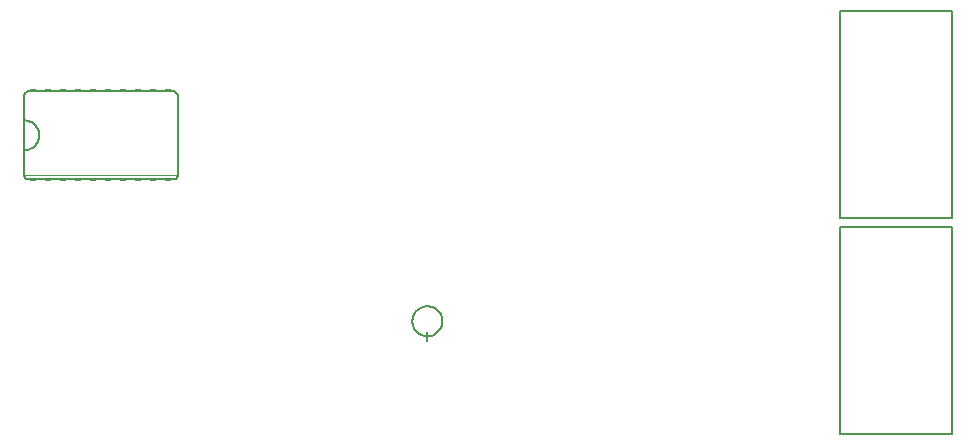
<source format=gto>
G75*
G70*
%OFA0B0*%
%FSLAX24Y24*%
%IPPOS*%
%LPD*%
%AMOC8*
5,1,8,0,0,1.08239X$1,22.5*
%
%ADD10C,0.0060*%
%ADD11C,0.0020*%
%ADD12R,0.0200X0.0050*%
%ADD13C,0.0050*%
D10*
X016808Y014483D02*
X016808Y014783D01*
X016308Y015133D02*
X016310Y015177D01*
X016316Y015221D01*
X016326Y015264D01*
X016339Y015306D01*
X016356Y015347D01*
X016377Y015386D01*
X016401Y015423D01*
X016428Y015458D01*
X016458Y015490D01*
X016491Y015520D01*
X016527Y015546D01*
X016564Y015570D01*
X016604Y015589D01*
X016645Y015606D01*
X016688Y015618D01*
X016731Y015627D01*
X016775Y015632D01*
X016819Y015633D01*
X016863Y015630D01*
X016907Y015623D01*
X016950Y015612D01*
X016992Y015598D01*
X017032Y015580D01*
X017071Y015558D01*
X017107Y015534D01*
X017141Y015506D01*
X017173Y015475D01*
X017202Y015441D01*
X017228Y015405D01*
X017250Y015367D01*
X017269Y015327D01*
X017284Y015285D01*
X017296Y015243D01*
X017304Y015199D01*
X017308Y015155D01*
X017308Y015111D01*
X017304Y015067D01*
X017296Y015023D01*
X017284Y014981D01*
X017269Y014939D01*
X017250Y014899D01*
X017228Y014861D01*
X017202Y014825D01*
X017173Y014791D01*
X017141Y014760D01*
X017107Y014732D01*
X017071Y014708D01*
X017032Y014686D01*
X016992Y014668D01*
X016950Y014654D01*
X016907Y014643D01*
X016863Y014636D01*
X016819Y014633D01*
X016775Y014634D01*
X016731Y014639D01*
X016688Y014648D01*
X016645Y014660D01*
X016604Y014677D01*
X016564Y014696D01*
X016527Y014720D01*
X016491Y014746D01*
X016458Y014776D01*
X016428Y014808D01*
X016401Y014843D01*
X016377Y014880D01*
X016356Y014919D01*
X016339Y014960D01*
X016326Y015002D01*
X016316Y015045D01*
X016310Y015089D01*
X016308Y015133D01*
X008487Y020010D02*
X008487Y022650D01*
X008485Y022673D01*
X008480Y022696D01*
X008471Y022718D01*
X008458Y022738D01*
X008443Y022756D01*
X008425Y022771D01*
X008405Y022784D01*
X008383Y022793D01*
X008360Y022798D01*
X008337Y022800D01*
X003517Y022800D01*
X003494Y022798D01*
X003471Y022793D01*
X003449Y022784D01*
X003429Y022771D01*
X003411Y022756D01*
X003396Y022738D01*
X003383Y022718D01*
X003374Y022696D01*
X003369Y022673D01*
X003367Y022650D01*
X003367Y020010D01*
X003369Y019987D01*
X003374Y019964D01*
X003383Y019942D01*
X003396Y019922D01*
X003411Y019904D01*
X003429Y019889D01*
X003449Y019876D01*
X003471Y019867D01*
X003494Y019862D01*
X003517Y019860D01*
X008337Y019860D01*
X008360Y019862D01*
X008383Y019867D01*
X008405Y019876D01*
X008425Y019889D01*
X008443Y019904D01*
X008458Y019922D01*
X008471Y019942D01*
X008480Y019964D01*
X008485Y019987D01*
X008487Y020010D01*
X003367Y020830D02*
X003411Y020832D01*
X003454Y020838D01*
X003496Y020847D01*
X003538Y020860D01*
X003578Y020877D01*
X003617Y020897D01*
X003654Y020920D01*
X003688Y020947D01*
X003721Y020976D01*
X003750Y021009D01*
X003777Y021043D01*
X003800Y021080D01*
X003820Y021119D01*
X003837Y021159D01*
X003850Y021201D01*
X003859Y021243D01*
X003865Y021286D01*
X003867Y021330D01*
X003865Y021374D01*
X003859Y021417D01*
X003850Y021459D01*
X003837Y021501D01*
X003820Y021541D01*
X003800Y021580D01*
X003777Y021617D01*
X003750Y021651D01*
X003721Y021684D01*
X003688Y021713D01*
X003654Y021740D01*
X003617Y021763D01*
X003578Y021783D01*
X003538Y021800D01*
X003496Y021813D01*
X003454Y021822D01*
X003411Y021828D01*
X003367Y021830D01*
D11*
X003377Y020000D02*
X008477Y020000D01*
D12*
X008177Y019835D03*
X007677Y019835D03*
X007177Y019835D03*
X006677Y019835D03*
X006177Y019835D03*
X005677Y019835D03*
X005177Y019835D03*
X004677Y019835D03*
X004177Y019835D03*
X003677Y019835D03*
X003677Y022825D03*
X004177Y022825D03*
X004677Y022825D03*
X005177Y022825D03*
X005677Y022825D03*
X006177Y022825D03*
X006677Y022825D03*
X007177Y022825D03*
X007677Y022825D03*
X008177Y022825D03*
D13*
X030569Y025470D02*
X030569Y018580D01*
X034309Y018580D01*
X034309Y025470D01*
X030569Y025470D01*
X030563Y018274D02*
X034303Y018274D01*
X034303Y011385D01*
X030563Y011385D01*
X030563Y018274D01*
M02*

</source>
